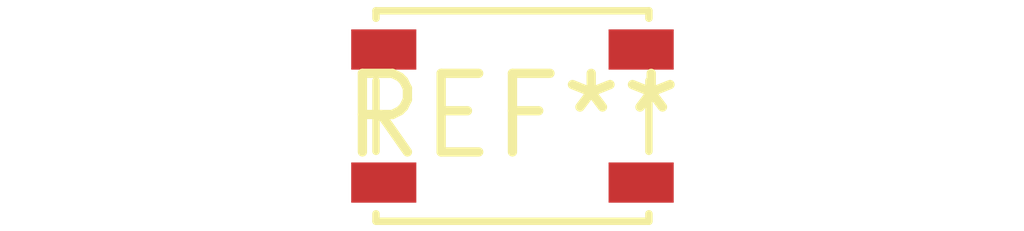
<source format=kicad_pcb>
(kicad_pcb (version 20240108) (generator pcbnew)
  (layers (0 "F.Cu" signal) (31 "B.Cu" signal) (34 "B.Paste" user) (35 "F.Paste" user) (36 "B.SilkS" user "B.Silkscreen") (37 "F.SilkS" user "F.Silkscreen") (38 "B.Mask" user) (39 "F.Mask" user) (44 "Edge.Cuts" user))
  (net 0 "")
  (footprint "SW_SPST_PTS810" (layer "F.Cu") (at 0 0)
    (property "Reference" "REF**")
    (property "Value" "SW_SPST_PTS810")
    (fp_line (start -2.2 -1.7) (end -2.2 -1.58) (layer "F.SilkS") (stroke (width 0.12)))
    (fp_line (start -2.2 -0.57) (end -2.2 0.57) (layer "F.SilkS") (stroke (width 0.12)))
    (fp_line (start -2.2 1.58) (end -2.2 1.7) (layer "F.SilkS") (stroke (width 0.12)))
    (fp_line (start -2.2 1.7) (end 2.2 1.7) (layer "F.SilkS") (stroke (width 0.12)))
    (fp_line (start 2.2 -1.7) (end -2.2 -1.7) (layer "F.SilkS") (stroke (width 0.12)))
    (fp_line (start 2.2 -1.58) (end 2.2 -1.7) (layer "F.SilkS") (stroke (width 0.12)))
    (fp_line (start 2.2 0.57) (end 2.2 -0.57) (layer "F.SilkS") (stroke (width 0.12)))
    (fp_line (start 2.2 1.7) (end 2.2 1.58) (layer "F.SilkS") (stroke (width 0.12)))
    (pad "1" smd rect (at -2.075 -1.075) (size 1.05 0.65) (layers "F.Cu" "F.Paste" "F.Mask"))
    (pad "1" smd rect (at 2.075 -1.075) (size 1.05 0.65) (layers "F.Cu" "F.Paste" "F.Mask"))
    (pad "2" smd rect (at -2.075 1.075) (size 1.05 0.65) (layers "F.Cu" "F.Paste" "F.Mask"))
    (pad "2" smd rect (at 2.075 1.075) (size 1.05 0.65) (layers "F.Cu" "F.Paste" "F.Mask"))
  )
)
</source>
